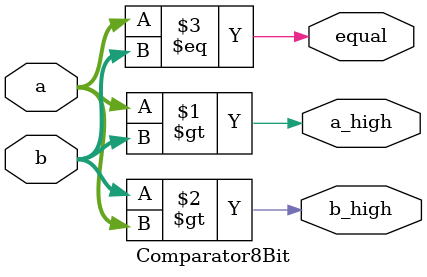
<source format=v>
/* 8-Bit Comparator Module
* ---------------------
* By: Arul Prakash Samathuvamani
*
* University of Leeds - PGT
*
*
* Date : 16th February 2021
*
* Module Description:
* ------------------
*
* Performs 8 Bit Comparision
*/


module Comparator8Bit(
input [7:0]a, 
input [7:0]b,
output a_high,
output b_high,
output equal
);

assign a_high = (a > b); // a_high is 1 when a > b
assign b_high = (b>a);   // b_high is 1 when b > a
assign equal = ( a == b) ; // equal is 1 when a == b


endmodule 
</source>
